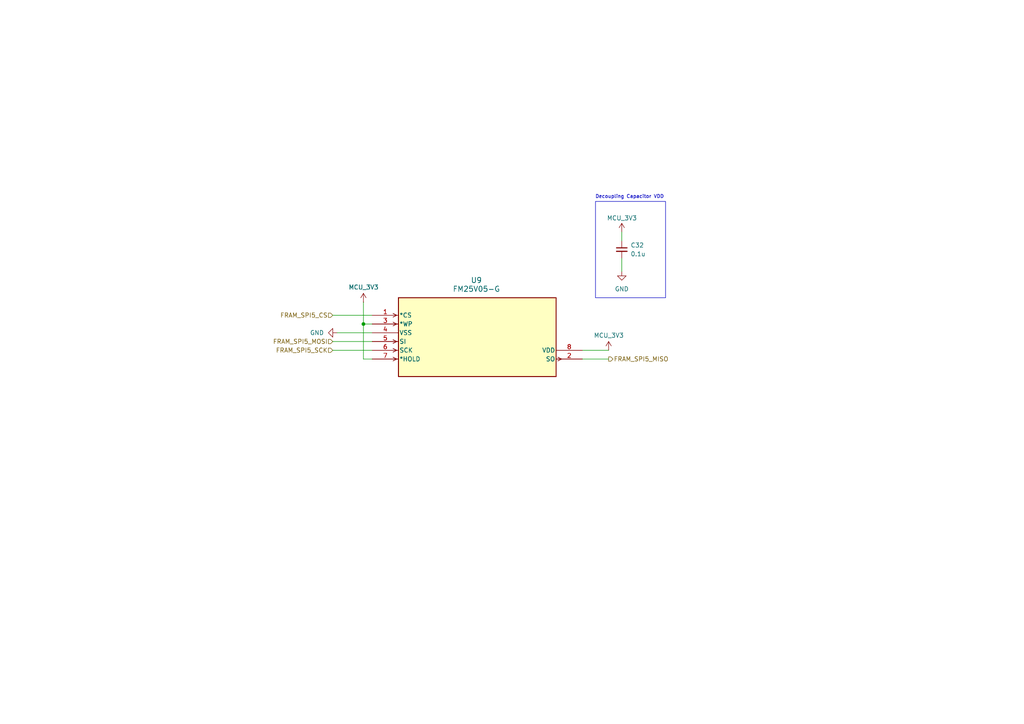
<source format=kicad_sch>
(kicad_sch (version 20231120) (generator "eeschema") (generator_version "8.0")
  (paper "A4")
  (lib_symbols
    (symbol "Device:C_Small" (pin_numbers hide) (pin_names (offset 0.254) hide)
      (property "Reference" "C" (at 0.254 1.778 0))
      (property "Value" "C_Small" (at 0.254 -2.032 0))
      (symbol "C_Small_0_1"
        (polyline (pts (xy -1.524 -0.508) (xy 1.524 -0.508)) (stroke (width 0.3302)))
        (polyline (pts (xy -1.524 0.508) (xy 1.524 0.508)) (stroke (width 0.3048)))
      )
      (symbol "C_Small_1_1"
        (pin passive line (at 0 2.54 270) (length 2.032) (name "~") (number "1"))
        (pin passive line (at 0 -2.54 90) (length 2.032) (name "~") (number "2"))
      )
    )
    (symbol "FRAM:FM25V05-G" (pin_names (offset 0.254))
      (property "Reference" "U" (at 44.45 0 0))
      (property "Value" "FM25V05-G" (at 44.45 -2.54 0))
      (symbol "FM25V05-G_0_1"
        (polyline (pts (xy 21.0693 -22.86) (xy 20.0279 -23.3807)) (stroke (width 0.2032)))
        (polyline (pts (xy 21.0693 -22.86) (xy 20.0279 -22.3393)) (stroke (width 0.2032)))
        (polyline (pts (xy 21.0693 -20.32) (xy 20.0279 -20.8407)) (stroke (width 0.2032)))
        (polyline (pts (xy 21.0693 -20.32) (xy 20.0279 -19.7993)) (stroke (width 0.2032)))
        (polyline (pts (xy 21.0693 -17.78) (xy 20.0279 -18.3007)) (stroke (width 0.2032)))
        (polyline (pts (xy 21.0693 -17.78) (xy 20.0279 -17.2593)) (stroke (width 0.2032)))
        (polyline (pts (xy 21.0693 -12.7) (xy 20.0279 -13.2207)) (stroke (width 0.2032)))
        (polyline (pts (xy 21.0693 -12.7) (xy 20.0279 -12.1793)) (stroke (width 0.2032)))
        (polyline (pts (xy 21.0693 -10.16) (xy 20.0279 -10.6807)) (stroke (width 0.2032)))
        (polyline (pts (xy 21.0693 -10.16) (xy 20.0279 -9.6393)) (stroke (width 0.2032)))
        (polyline (pts (xy 67.8307 -23.3807) (xy 68.8721 -22.86)) (stroke (width 0.2032)))
        (polyline (pts (xy 67.8307 -22.3393) (xy 68.8721 -22.86)) (stroke (width 0.2032)))
        (pin power_in line (at 13.97 -15.24 0) (length 7.62) (name "VSS") (number "4"))
        (pin input line (at 13.97 -22.86 0) (length 7.62) (name "*HOLD") (number "7"))
        (pin power_in line (at 74.93 -20.32 180) (length 7.62) (name "VDD") (number "8"))
      )
      (symbol "FM25V05-G_1_1"
        (rectangle (start 21.59 -5.08) (end 67.31 -27.94) (stroke (width 0.2921)) (fill (type background)))
        (pin input line (at 13.97 -10.16 0) (length 7.62) (name "*CS") (number "1"))
        (pin output line (at 74.93 -22.86 180) (length 7.62) (name "SO") (number "2"))
        (pin input line (at 13.97 -12.7 0) (length 7.62) (name "*WP") (number "3"))
        (pin input line (at 13.97 -17.78 0) (length 7.62) (name "SI") (number "5"))
        (pin input line (at 13.97 -20.32 0) (length 7.62) (name "SCK") (number "6"))
      )
    )
    (symbol "power:+3.3V" (power) (pin_numbers hide) (pin_names (offset 0) hide)
      (property "Value" "+3.3V" (at 0 3.556 0))
      (symbol "+3.3V_0_1"
        (polyline (pts (xy -0.762 1.27) (xy 0 2.54)))
        (polyline (pts (xy 0 0) (xy 0 2.54)))
        (polyline (pts (xy 0 2.54) (xy 0.762 1.27)))
      )
      (symbol "+3.3V_1_1"
        (pin power_in line (at 0 0 90) (length 0) (name "~") (number "1"))
      )
    )
    (symbol "power:GND" (power) (pin_numbers hide) (pin_names (offset 0) hide)
      (property "Value" "GND" (at 0 -3.81 0))
      (symbol "GND_0_1"
        (polyline (pts (xy 0 0) (xy 0 -1.27) (xy 1.27 -1.27) (xy 0 -2.54) (xy -1.27 -1.27) (xy 0 -1.27)))
      )
      (symbol "GND_1_1"
        (pin power_in line (at 0 0 270) (length 0) (name "~") (number "1"))
      )
    )
  )
  (junction (at 105.41 93.98))
  (wire (pts (xy 105.41 93.98) (xy 107.95 93.98)))
  (wire (pts (xy 168.91 104.14) (xy 176.53 104.14)))
  (wire (pts (xy 96.52 99.06) (xy 107.95 99.06)))
  (wire (pts (xy 180.34 69.85) (xy 180.34 67.31)))
  (wire (pts (xy 97.79 96.52) (xy 107.95 96.52)))
  (wire (pts (xy 180.34 74.93) (xy 180.34 78.74)))
  (wire (pts (xy 96.52 101.6) (xy 107.95 101.6)))
  (wire (pts (xy 105.41 104.14) (xy 107.95 104.14)))
  (wire (pts (xy 105.41 93.98) (xy 105.41 104.14)))
  (wire (pts (xy 105.41 87.63) (xy 105.41 93.98)))
  (wire (pts (xy 96.52 91.44) (xy 107.95 91.44)))
  (wire (pts (xy 168.91 101.6) (xy 176.53 101.6)))
  (rectangle (start 172.72 58.42) (end 193.04 86.36))
  (text "Decoupling Capacitor VDD" (at 182.626 57.15 0) (effects (font (size 1 1))))
  (hierarchical_label "FRAM_SPI5_MISO" (shape output) (at 176.53 104.14 0))
  (hierarchical_label "FRAM_SPI5_MOSI" (shape input) (at 96.52 99.06 180))
  (hierarchical_label "FRAM_SPI5_CS" (shape input) (at 96.52 91.44 180))
  (hierarchical_label "FRAM_SPI5_SCK" (shape input) (at 96.52 101.6 180))
  (symbol (lib_id "power:GND") (at 97.79 96.52 270) (unit 1)
    (property "Reference" "#PWR050" (effects (hide yes)))
    (property "Value" "GND" (at 93.98 96.5199 90) (effects (justify right)))
    (property "Description" "Power symbol creates a global label with name \"GND\" , ground" (effects (hide yes)))
  )
  (symbol (lib_id "power:+3.3V") (at 105.41 87.63 0) (unit 1)
    (property "Reference" "#PWR051" (effects (hide yes)))
    (property "Value" "MCU_3V3" (at 101.092 83.312 0) (effects (justify left)))
    (property "Description" "Power symbol creates a global label with name \"+3.3V\"" (effects (hide yes)))
  )
  (symbol (lib_id "power:+3.3V") (at 176.53 101.6 0) (unit 1)
    (property "Reference" "#PWR052" (effects (hide yes)))
    (property "Value" "MCU_3V3" (at 172.212 97.282 0) (effects (justify left)))
    (property "Description" "Power symbol creates a global label with name \"+3.3V\"" (effects (hide yes)))
  )
  (symbol (lib_id "power:GND") (at 180.34 78.74 0) (unit 1)
    (property "Reference" "#PWR054" (effects (hide yes)))
    (property "Value" "GND" (at 180.34 83.82 0))
    (property "Description" "Power symbol creates a global label with name \"GND\" , ground" (effects (hide yes)))
  )
  (symbol (lib_id "FRAM:FM25V05-G") (at 93.98 81.28 0) (unit 1)
    (property "Reference" "U9" (at 138.176 81.28 0) (effects (font (size 1.524 1.524))))
    (property "Value" "FM25V05-G" (at 138.176 83.82 0) (effects (font (size 1.524 1.524))))
    (property "Footprint" "SOIC-8" (effects (hide yes)))
    (property "Datasheet" "FM25V05-G" (effects (hide yes)))
  )
  (symbol (lib_id "Device:C_Small") (at 180.34 72.39 0) (unit 1)
    (property "Reference" "C32" (at 182.88 71.1262 0) (effects (justify left)))
    (property "Value" "0.1u" (at 182.88 73.6662 0) (effects (justify left)))
    (property "Footprint" "Capacitor_SMD:C_0402_1005Metric_Pad0.74x0.62mm_HandSolder" (effects (hide yes)))
    (property "Description" "Unpolarized capacitor, small symbol" (effects (hide yes)))
  )
  (symbol (lib_id "power:+3.3V") (at 180.34 67.31 0) (unit 1)
    (property "Reference" "#PWR053" (effects (hide yes)))
    (property "Value" "MCU_3V3" (at 176.022 63.246 0) (effects (justify left)))
    (property "Description" "Power symbol creates a global label with name \"+3.3V\"" (effects (hide yes)))
  )
)
</source>
